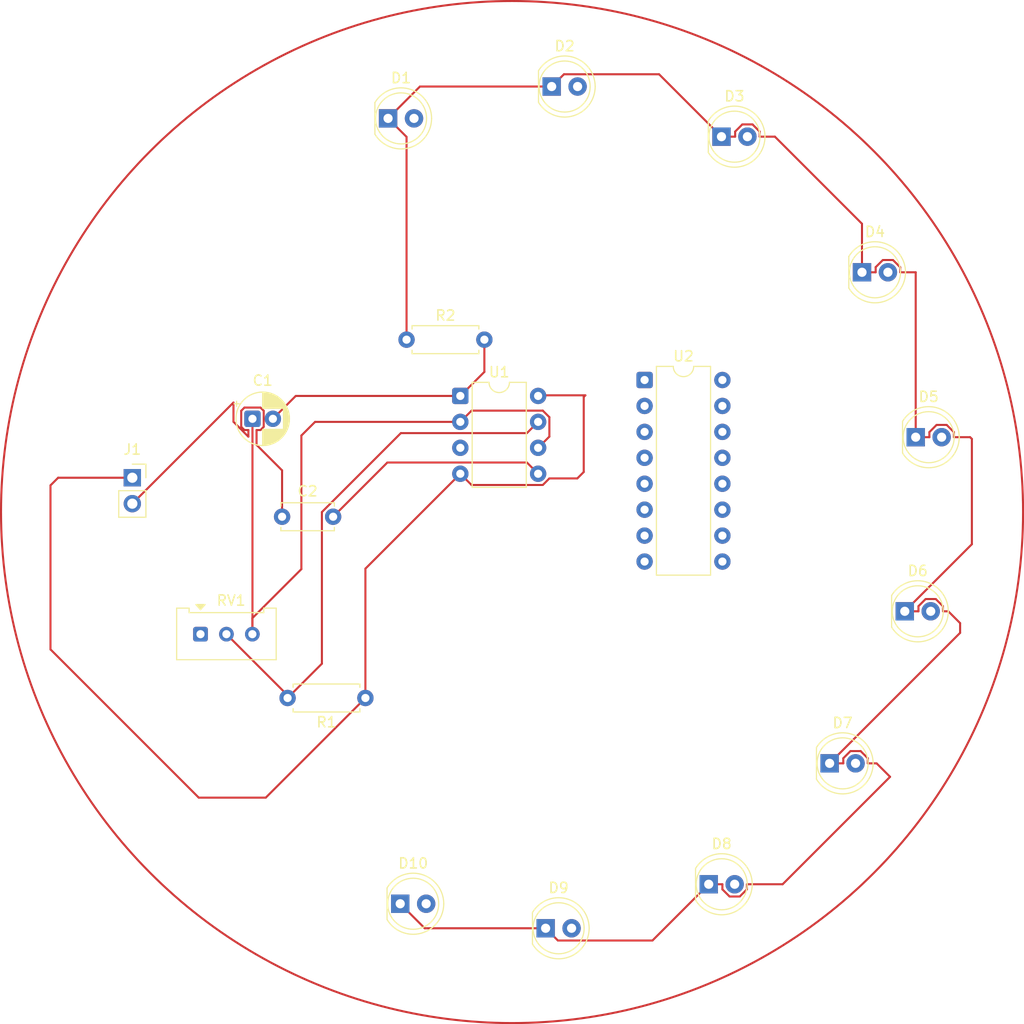
<source format=kicad_pcb>
(kicad_pcb (version 20241229) (generator "pcbnew") (generator_version "9.0")
  (layers (0 "F.Cu" signal) (2 "B.Cu" signal) (13 "F.Paste" user) (15 "B.Paste" user) (5 "F.SilkS" user "F.Silkscreen") (7 "B.SilkS" user "B.Silkscreen") (1 "F.Mask" user) (3 "B.Mask" user) (25 "Edge.Cuts" user))
  (net 0 "")
  (net 1 "TR")
  (net 2 "GND")
  (net 3 "Net-(U1-CV)")
  (net 4 "Net-(D1-A)")
  (net 5 "Net-(D1-K)")
  (net 6 "Net-(D2-A)")
  (net 7 "Net-(D3-A)")
  (net 8 "Net-(D4-A)")
  (net 9 "Net-(D5-A)")
  (net 10 "Net-(D6-A)")
  (net 11 "Net-(D7-A)")
  (net 12 "Net-(D8-A)")
  (net 13 "Net-(D9-A)")
  (net 14 "Net-(D10-A)")
  (net 15 "+5V")
  (net 16 "Net-(U1-DIS)")
  (net 17 "OUT")
  (footprint "Package_DIP:DIP-8_W7.62mm" (layer "F.Cu") (at 92.215 84.75)
    (property "Reference" "U1" (at 3.81 -2.33 0) (layer "F.SilkS"))
    (property "Value" "NA555P")
    (fp_line (start 1.16 -1.33) (end 1.16 8.95) (stroke (width 0.12)) (layer "F.SilkS"))
    (fp_line (start 1.16 8.95) (end 6.46 8.95) (stroke (width 0.12)) (layer "F.SilkS"))
    (fp_line (start 2.81 -1.33) (end 1.16 -1.33) (stroke (width 0.12)) (layer "F.SilkS"))
    (fp_line (start 6.46 -1.33) (end 4.81 -1.33) (stroke (width 0.12)) (layer "F.SilkS"))
    (fp_line (start 6.46 8.95) (end 6.46 -1.33) (stroke (width 0.12)) (layer "F.SilkS"))
    (fp_arc (start 4.81 -1.33) (mid 3.81 -0.33) (end 2.81 -1.33) (stroke (width 0.12)) (layer "F.SilkS"))
    (pad "1" thru_hole roundrect (at 0 0) (size 1.6 1.6) (drill 0.8) (layers "*.Cu" "*.Mask") (roundrect_rratio 0.15625) (net 2 "GND"))
    (pad "2" thru_hole circle (at 0 2.54) (size 1.6 1.6) (drill 0.8) (layers "*.Cu" "*.Mask") (net 1 "TR"))
    (pad "3" thru_hole circle (at 0 5.08) (size 1.6 1.6) (drill 0.8) (layers "*.Cu" "*.Mask") (net 17 "OUT"))
    (pad "4" thru_hole circle (at 0 7.62) (size 1.6 1.6) (drill 0.8) (layers "*.Cu" "*.Mask") (net 15 "+5V"))
    (pad "5" thru_hole circle (at 7.62 7.62) (size 1.6 1.6) (drill 0.8) (layers "*.Cu" "*.Mask") (net 3 "Net-(U1-CV)"))
    (pad "6" thru_hole circle (at 7.62 5.08) (size 1.6 1.6) (drill 0.8) (layers "*.Cu" "*.Mask") (net 1 "TR"))
    (pad "7" thru_hole circle (at 7.62 2.54) (size 1.6 1.6) (drill 0.8) (layers "*.Cu" "*.Mask") (net 16 "Net-(U1-DIS)"))
    (pad "8" thru_hole circle (at 7.62 0) (size 1.6 1.6) (drill 0.8) (layers "*.Cu" "*.Mask") (net 15 "+5V"))
  )
  (footprint "LED_THT:LED_D5.0mm" (layer "F.Cu") (at 117.79 59.36)
    (property "Reference" "D3" (at 1.27 -3.96 0) (layer "F.SilkS"))
    (property "Value" "LED")
    (fp_line (start -1.29 -1.545) (end -1.29 1.545) (stroke (width 0.12)) (layer "F.SilkS"))
    (fp_arc (start -1.29 -1.54483) (mid 2.071779 -2.880495) (end 4.26 0) (stroke (width 0.12)) (layer "F.SilkS"))
    (fp_arc (start 4.26 0) (mid 2.071779 2.880495) (end -1.29 1.54483) (stroke (width 0.12)) (layer "F.SilkS"))
    (fp_circle (center 1.27 0) (end 3.77 0) (stroke (width 0.12)) (fill no) (layer "F.SilkS"))
    (pad "1" thru_hole rect (at 0 0) (size 1.8 1.8) (drill 0.9) (layers "*.Cu" "*.Mask") (net 5 "Net-(D1-K)"))
    (pad "2" thru_hole circle (at 2.54 0) (size 1.8 1.8) (drill 0.9) (layers "*.Cu" "*.Mask") (net 7 "Net-(D3-A)"))
  )
  (footprint "Resistor_THT:R_Axial_DIN0207_L6.3mm_D2.5mm_P7.62mm_Horizontal" (layer "F.Cu") (at 86.95 79.24)
    (property "Reference" "R2" (at 3.81 -2.37 0) (layer "F.SilkS"))
    (property "Value" "470")
    (fp_line (start 0.54 -1.37) (end 7.08 -1.37) (stroke (width 0.12)) (layer "F.SilkS"))
    (fp_line (start 0.54 -1.04) (end 0.54 -1.37) (stroke (width 0.12)) (layer "F.SilkS"))
    (fp_line (start 0.54 1.04) (end 0.54 1.37) (stroke (width 0.12)) (layer "F.SilkS"))
    (fp_line (start 0.54 1.37) (end 7.08 1.37) (stroke (width 0.12)) (layer "F.SilkS"))
    (fp_line (start 7.08 -1.37) (end 7.08 -1.04) (stroke (width 0.12)) (layer "F.SilkS"))
    (fp_line (start 7.08 1.37) (end 7.08 1.04) (stroke (width 0.12)) (layer "F.SilkS"))
    (pad "1" thru_hole circle (at 0 0) (size 1.6 1.6) (drill 0.8) (layers "*.Cu" "*.Mask") (net 5 "Net-(D1-K)"))
    (pad "2" thru_hole circle (at 7.62 0) (size 1.6 1.6) (drill 0.8) (layers "*.Cu" "*.Mask") (net 2 "GND"))
  )
  (footprint "LED_THT:LED_D5.0mm" (layer "F.Cu") (at 128.38 120.73)
    (property "Reference" "D7" (at 1.27 -3.96 0) (layer "F.SilkS"))
    (property "Value" "LED")
    (fp_line (start -1.29 -1.545) (end -1.29 1.545) (stroke (width 0.12)) (layer "F.SilkS"))
    (fp_arc (start -1.29 -1.54483) (mid 2.071779 -2.880495) (end 4.26 0) (stroke (width 0.12)) (layer "F.SilkS"))
    (fp_arc (start 4.26 0) (mid 2.071779 2.880495) (end -1.29 1.54483) (stroke (width 0.12)) (layer "F.SilkS"))
    (fp_circle (center 1.27 0) (end 3.77 0) (stroke (width 0.12)) (fill no) (layer "F.SilkS"))
    (pad "1" thru_hole rect (at 0 0) (size 1.8 1.8) (drill 0.9) (layers "*.Cu" "*.Mask") (net 5 "Net-(D1-K)"))
    (pad "2" thru_hole circle (at 2.54 0) (size 1.8 1.8) (drill 0.9) (layers "*.Cu" "*.Mask") (net 11 "Net-(D7-A)"))
  )
  (footprint "Resistor_THT:R_Axial_DIN0207_L6.3mm_D2.5mm_P7.62mm_Horizontal" (layer "F.Cu") (at 82.92 114.33 180)
    (property "Reference" "R1" (at 3.81 -2.37 0) (layer "F.SilkS"))
    (property "Value" "1k")
    (fp_line (start 7.08 1.37) (end 7.08 1.04) (stroke (width 0.12)) (layer "F.SilkS"))
    (fp_line (start 7.08 -1.37) (end 7.08 -1.04) (stroke (width 0.12)) (layer "F.SilkS"))
    (fp_line (start 0.54 1.37) (end 7.08 1.37) (stroke (width 0.12)) (layer "F.SilkS"))
    (fp_line (start 0.54 1.04) (end 0.54 1.37) (stroke (width 0.12)) (layer "F.SilkS"))
    (fp_line (start 0.54 -1.04) (end 0.54 -1.37) (stroke (width 0.12)) (layer "F.SilkS"))
    (fp_line (start 0.54 -1.37) (end 7.08 -1.37) (stroke (width 0.12)) (layer "F.SilkS"))
    (pad "1" thru_hole circle (at 0 0 180) (size 1.6 1.6) (drill 0.8) (layers "*.Cu" "*.Mask") (net 15 "+5V"))
    (pad "2" thru_hole circle (at 7.62 0 180) (size 1.6 1.6) (drill 0.8) (layers "*.Cu" "*.Mask") (net 16 "Net-(U1-DIS)"))
  )
  (footprint "Connector_PinSocket_2.54mm:PinSocket_1x02_P2.54mm_Vertical" (layer "F.Cu") (at 60.095 92.76)
    (property "Reference" "J1" (at 0 -2.77 0) (layer "F.SilkS"))
    (property "Value" "Conn_01x02_Socket")
    (fp_line (start -1.33 1.27) (end -1.33 3.87) (stroke (width 0.12)) (layer "F.SilkS"))
    (fp_line (start -1.33 1.27) (end 1.33 1.27) (stroke (width 0.12)) (layer "F.SilkS"))
    (fp_line (start -1.33 3.87) (end 1.33 3.87) (stroke (width 0.12)) (layer "F.SilkS"))
    (fp_line (start 0 -1.33) (end 1.33 -1.33) (stroke (width 0.12)) (layer "F.SilkS"))
    (fp_line (start 1.33 -1.33) (end 1.33 0) (stroke (width 0.12)) (layer "F.SilkS"))
    (fp_line (start 1.33 1.27) (end 1.33 3.87) (stroke (width 0.12)) (layer "F.SilkS"))
    (pad "1" thru_hole rect (at 0 0) (size 1.7 1.7) (drill 1) (layers "*.Cu" "*.Mask") (net 15 "+5V"))
    (pad "2" thru_hole circle (at 0 2.54) (size 1.7 1.7) (drill 1) (layers "*.Cu" "*.Mask") (net 2 "GND"))
  )
  (footprint "LED_THT:LED_D5.0mm" (layer "F.Cu") (at 131.55 72.64)
    (property "Reference" "D4" (at 1.27 -3.96 0) (layer "F.SilkS"))
    (property "Value" "LED")
    (fp_line (start -1.29 -1.545) (end -1.29 1.545) (stroke (width 0.12)) (layer "F.SilkS"))
    (fp_arc (start -1.29 -1.54483) (mid 2.071779 -2.880495) (end 4.26 0) (stroke (width 0.12)) (layer "F.SilkS"))
    (fp_arc (start 4.26 0) (mid 2.071779 2.880495) (end -1.29 1.54483) (stroke (width 0.12)) (layer "F.SilkS"))
    (fp_circle (center 1.27 0) (end 3.77 0) (stroke (width 0.12)) (fill no) (layer "F.SilkS"))
    (pad "1" thru_hole rect (at 0 0) (size 1.8 1.8) (drill 0.9) (layers "*.Cu" "*.Mask") (net 5 "Net-(D1-K)"))
    (pad "2" thru_hole circle (at 2.54 0) (size 1.8 1.8) (drill 0.9) (layers "*.Cu" "*.Mask") (net 8 "Net-(D4-A)"))
  )
  (footprint "LED_THT:LED_D5.0mm" (layer "F.Cu") (at 100.57 136.88)
    (property "Reference" "D9" (at 1.27 -3.96 0) (layer "F.SilkS"))
    (property "Value" "LED")
    (fp_line (start -1.29 -1.545) (end -1.29 1.545) (stroke (width 0.12)) (layer "F.SilkS"))
    (fp_arc (start -1.29 -1.54483) (mid 2.071779 -2.880495) (end 4.26 0) (stroke (width 0.12)) (layer "F.SilkS"))
    (fp_arc (start 4.26 0) (mid 2.071779 2.880495) (end -1.29 1.54483) (stroke (width 0.12)) (layer "F.SilkS"))
    (fp_circle (center 1.27 0) (end 3.77 0) (stroke (width 0.12)) (fill no) (layer "F.SilkS"))
    (pad "1" thru_hole rect (at 0 0) (size 1.8 1.8) (drill 0.9) (layers "*.Cu" "*.Mask") (net 5 "Net-(D1-K)"))
    (pad "2" thru_hole circle (at 2.54 0) (size 1.8 1.8) (drill 0.9) (layers "*.Cu" "*.Mask") (net 13 "Net-(D9-A)"))
  )
  (footprint "LED_THT:LED_D5.0mm" (layer "F.Cu") (at 116.54 132.57)
    (property "Reference" "D8" (at 1.27 -3.96 0) (layer "F.SilkS"))
    (property "Value" "LED")
    (fp_line (start -1.29 -1.545) (end -1.29 1.545) (stroke (width 0.12)) (layer "F.SilkS"))
    (fp_arc (start -1.29 -1.54483) (mid 2.071779 -2.880495) (end 4.26 0) (stroke (width 0.12)) (layer "F.SilkS"))
    (fp_arc (start 4.26 0) (mid 2.071779 2.880495) (end -1.29 1.54483) (stroke (width 0.12)) (layer "F.SilkS"))
    (fp_circle (center 1.27 0) (end 3.77 0) (stroke (width 0.12)) (fill no) (layer "F.SilkS"))
    (pad "1" thru_hole rect (at 0 0) (size 1.8 1.8) (drill 0.9) (layers "*.Cu" "*.Mask") (net 5 "Net-(D1-K)"))
    (pad "2" thru_hole circle (at 2.54 0) (size 1.8 1.8) (drill 0.9) (layers "*.Cu" "*.Mask") (net 12 "Net-(D8-A)"))
  )
  (footprint "LED_THT:LED_D5.0mm" (layer "F.Cu") (at 101.16 54.45)
    (property "Reference" "D2" (at 1.27 -3.96 0) (layer "F.SilkS"))
    (property "Value" "LED")
    (fp_line (start -1.29 -1.545) (end -1.29 1.545) (stroke (width 0.12)) (layer "F.SilkS"))
    (fp_arc (start -1.29 -1.54483) (mid 2.071779 -2.880495) (end 4.26 0) (stroke (width 0.12)) (layer "F.SilkS"))
    (fp_arc (start 4.26 0) (mid 2.071779 2.880495) (end -1.29 1.54483) (stroke (width 0.12)) (layer "F.SilkS"))
    (fp_circle (center 1.27 0) (end 3.77 0) (stroke (width 0.12)) (fill no) (layer "F.SilkS"))
    (pad "1" thru_hole rect (at 0 0) (size 1.8 1.8) (drill 0.9) (layers "*.Cu" "*.Mask") (net 5 "Net-(D1-K)"))
    (pad "2" thru_hole circle (at 2.54 0) (size 1.8 1.8) (drill 0.9) (layers "*.Cu" "*.Mask") (net 6 "Net-(D2-A)"))
  )
  (footprint "Capacitor_THT:C_Disc_D5.0mm_W2.5mm_P5.00mm" (layer "F.Cu") (at 74.76 96.58)
    (property "Reference" "C2" (at 2.5 -2.5 0) (layer "F.SilkS"))
    (property "Value" "0.01 uF")
    (fp_line (start -0.12 -1.37) (end 5.12 -1.37) (stroke (width 0.12)) (layer "F.SilkS"))
    (fp_line (start -0.12 -1.033) (end -0.12 -1.37) (stroke (width 0.12)) (layer "F.SilkS"))
    (fp_line (start -0.12 1.37) (end -0.12 1.033) (stroke (width 0.12)) (layer "F.SilkS"))
    (fp_line (start 5.12 -1.37) (end 5.12 -1.033) (stroke (width 0.12)) (layer "F.SilkS"))
    (fp_line (start 5.12 1.033) (end 5.12 1.37) (stroke (width 0.12)) (layer "F.SilkS"))
    (fp_line (start 5.12 1.37) (end -0.12 1.37) (stroke (width 0.12)) (layer "F.SilkS"))
    (pad "1" thru_hole circle (at 0 0) (size 1.6 1.6) (drill 0.8) (layers "*.Cu" "*.Mask") (net 2 "GND"))
    (pad "2" thru_hole circle (at 5 0) (size 1.6 1.6) (drill 0.8) (layers "*.Cu" "*.Mask") (net 3 "Net-(U1-CV)"))
  )
  (footprint "Capacitor_THT:CP_Radial_D5.0mm_P2.00mm" (layer "F.Cu") (at 71.86 86.99)
    (property "Reference" "C1" (at 1 -3.75 0) (layer "F.SilkS"))
    (property "Value" "1uF")
    (fp_line (start -1.804775 -1.475) (end -1.304775 -1.475) (stroke (width 0.12)) (layer "F.SilkS"))
    (fp_line (start -1.554775 -1.725) (end -1.554775 -1.225) (stroke (width 0.12)) (layer "F.SilkS"))
    (fp_line (start 1 -2.58) (end 1 -1.04) (stroke (width 0.12)) (layer "F.SilkS"))
    (fp_line (start 1 1.04) (end 1 2.58) (stroke (width 0.12)) (layer "F.SilkS"))
    (fp_line (start 1.04 -2.58) (end 1.04 -1.04) (stroke (width 0.12)) (layer "F.SilkS"))
    (fp_line (start 1.04 1.04) (end 1.04 2.58) (stroke (width 0.12)) (layer "F.SilkS"))
    (fp_line (start 1.08 -2.579) (end 1.08 -1.04) (stroke (width 0.12)) (layer "F.SilkS"))
    (fp_line (start 1.08 1.04) (end 1.08 2.579) (stroke (width 0.12)) (layer "F.SilkS"))
    (fp_line (start 1.12 -2.577) (end 1.12 -1.04) (stroke (width 0.12)) (layer "F.SilkS"))
    (fp_line (start 1.12 1.04) (end 1.12 2.577) (stroke (width 0.12)) (layer "F.SilkS"))
    (fp_line (start 1.16 -2.575) (end 1.16 -1.04) (stroke (width 0.12)) (layer "F.SilkS"))
    (fp_line (start 1.16 1.04) (end 1.16 2.575) (stroke (width 0.12)) (layer "F.SilkS"))
    (fp_line (start 1.2 -2.572) (end 1.2 -1.04) (stroke (width 0.12)) (layer "F.SilkS"))
    (fp_line (start 1.2 1.04) (end 1.2 2.572) (stroke (width 0.12)) (layer "F.SilkS"))
    (fp_line (start 1.24 -2.569) (end 1.24 -1.04) (stroke (width 0.12)) (layer "F.SilkS"))
    (fp_line (start 1.24 1.04) (end 1.24 2.569) (stroke (width 0.12)) (layer "F.SilkS"))
    (fp_line (start 1.28 -2.565) (end 1.28 -1.04) (stroke (width 0.12)) (layer "F.SilkS"))
    (fp_line (start 1.28 1.04) (end 1.28 2.565) (stroke (width 0.12)) (layer "F.SilkS"))
    (fp_line (start 1.32 -2.56) (end 1.32 -1.04) (stroke (width 0.12)) (layer "F.SilkS"))
    (fp_line (start 1.32 1.04) (end 1.32 2.56) (stroke (width 0.12)) (layer "F.SilkS"))
    (fp_line (start 1.36 -2.555) (end 1.36 -1.04) (stroke (width 0.12)) (layer "F.SilkS"))
    (fp_line (start 1.36 1.04) (end 1.36 2.555) (stroke (width 0.12)) (layer "F.SilkS"))
    (fp_line (start 1.4 -2.549) (end 1.4 -1.04) (stroke (width 0.12)) (layer "F.SilkS"))
    (fp_line (start 1.4 1.04) (end 1.4 2.549) (stroke (width 0.12)) (layer "F.SilkS"))
    (fp_line (start 1.44 -2.543) (end 1.44 -1.04) (stroke (width 0.12)) (layer "F.SilkS"))
    (fp_line (start 1.44 1.04) (end 1.44 2.543) (stroke (width 0.12)) (layer "F.SilkS"))
    (fp_line (start 1.48 -2.536) (end 1.48 -1.04) (stroke (width 0.12)) (layer "F.SilkS"))
    (fp_line (start 1.48 1.04) (end 1.48 2.536) (stroke (width 0.12)) (layer "F.SilkS"))
    (fp_line (start 1.52 -2.528) (end 1.52 -1.04) (stroke (width 0.12)) (layer "F.SilkS"))
    (fp_line (start 1.52 1.04) (end 1.52 2.528) (stroke (width 0.12)) (layer "F.SilkS"))
    (fp_line (start 1.56 -2.519) (end 1.56 -1.04) (stroke (width 0.12)) (layer "F.SilkS"))
    (fp_line (start 1.56 1.04) (end 1.56 2.519) (stroke (width 0.12)) (layer "F.SilkS"))
    (fp_line (start 1.6 -2.51) (end 1.6 -1.04) (stroke (width 0.12)) (layer "F.SilkS"))
    (fp_line (start 1.6 1.04) (end 1.6 2.51) (stroke (width 0.12)) (layer "F.SilkS"))
    (fp_line (start 1.64 -2.501) (end 1.64 -1.04) (stroke (width 0.12)) (layer "F.SilkS"))
    (fp_line (start 1.64 1.04) (end 1.64 2.501) (stroke (width 0.12)) (layer "F.SilkS"))
    (fp_line (start 1.68 -2.49) (end 1.68 -1.04) (stroke (width 0.12)) (layer "F.SilkS"))
    (fp_line (start 1.68 1.04) (end 1.68 2.49) (stroke (width 0.12)) (layer "F.SilkS"))
    (fp_line (start 1.72 -2.479) (end 1.72 -1.04) (stroke (width 0.12)) (layer "F.SilkS"))
    (fp_line (start 1.72 1.04) (end 1.72 2.479) (stroke (width 0.12)) (layer "F.SilkS"))
    (fp_line (start 1.76 -2.467) (end 1.76 -1.04) (stroke (width 0.12)) (layer "F.SilkS"))
    (fp_line (start 1.76 1.04) (end 1.76 2.467) (stroke (width 0.12)) (layer "F.SilkS"))
    (fp_line (start 1.8 -2.455) (end 1.8 -1.04) (stroke (width 0.12)) (layer "F.SilkS"))
    (fp_line (start 1.8 1.04) (end 1.8 2.455) (stroke (width 0.12)) (layer "F.SilkS"))
    (fp_line (start 1.84 -2.442) (end 1.84 -1.04) (stroke (width 0.12)) (layer "F.SilkS"))
    (fp_line (start 1.84 1.04) (end 1.84 2.442) (stroke (width 0.12)) (layer "F.SilkS"))
    (fp_line (start 1.88 -2.428) (end 1.88 -1.04) (stroke (width 0.12)) (layer "F.SilkS"))
    (fp_line (start 1.88 1.04) (end 1.88 2.428) (stroke (width 0.12)) (layer "F.SilkS"))
    (fp_line (start 1.92 -2.413) (end 1.92 -1.04) (stroke (width 0.12)) (layer "F.SilkS"))
    (fp_line (start 1.92 1.04) (end 1.92 2.413) (stroke (width 0.12)) (layer "F.SilkS"))
    (fp_line (start 1.96 -2.398) (end 1.96 -1.04) (stroke (width 0.12)) (layer "F.SilkS"))
    (fp_line (start 1.96 1.04) (end 1.96 2.398) (stroke (width 0.12)) (layer "F.SilkS"))
    (fp_line (start 2 -2.382) (end 2 -1.04) (stroke (width 0.12)) (layer "F.SilkS"))
    (fp_line (start 2 1.04) (end 2 2.382) (stroke (width 0.12)) (layer "F.SilkS"))
    (fp_line (start 2.04 -2.365) (end 2.04 -1.04) (stroke (width 0.12)) (layer "F.SilkS"))
    (fp_line (start 2.04 1.04) (end 2.04 2.365) (stroke (width 0.12)) (layer "F.SilkS"))
    (fp_line (start 2.08 -2.347) (end 2.08 -1.04) (stroke (width 0.12)) (layer "F.SilkS"))
    (fp_line (start 2.08 1.04) (end 2.08 2.347) (stroke (width 0.12)) (layer "F.SilkS"))
    (fp_line (start 2.12 -2.329) (end 2.12 -1.04) (stroke (width 0.12)) (layer "F.SilkS"))
    (fp_line (start 2.12 1.04) (end 2.12 2.329) (stroke (width 0.12)) (layer "F.SilkS"))
    (fp_line (start 2.16 -2.309) (end 2.16 -1.04) (stroke (width 0.12)) (layer "F.SilkS"))
    (fp_line (start 2.16 1.04) (end 2.16 2.309) (stroke (width 0.12)) (layer "F.SilkS"))
    (fp_line (start 2.2 -2.289) (end 2.2 -1.04) (stroke (width 0.12)) (layer "F.SilkS"))
    (fp_line (start 2.2 1.04) (end 2.2 2.289) (stroke (width 0.12)) (layer "F.SilkS"))
    (fp_line (start 2.24 -2.268) (end 2.24 -1.04) (stroke (width 0.12)) (layer "F.SilkS"))
    (fp_line (start 2.24 1.04) (end 2.24 2.268) (stroke (width 0.12)) (layer "F.SilkS"))
    (fp_line (start 2.28 -2.246) (end 2.28 -1.04) (stroke (width 0.12)) (layer "F.SilkS"))
    (fp_line (start 2.28 1.04) (end 2.28 2.246) (stroke (width 0.12)) (layer "F.SilkS"))
    (fp_line (start 2.32 -2.223) (end 2.32 -1.04) (stroke (width 0.12)) (layer "F.SilkS"))
    (fp_line (start 2.32 1.04) (end 2.32 2.223) (stroke (width 0.12)) (layer "F.SilkS"))
    (fp_line (start 2.36 -2.199) (end 2.36 -1.04) (stroke (width 0.12)) (layer "F.SilkS"))
    (fp_line (start 2.36 1.04) (end 2.36 2.199) (stroke (width 0.12)) (layer "F.SilkS"))
    (fp_line (start 2.4 -2.175) (end 2.4 -1.04) (stroke (width 0.12)) (layer "F.SilkS"))
    (fp_line (start 2.4 1.04) (end 2.4 2.175) (stroke (width 0.12)) (layer "F.SilkS"))
    (fp_line (start 2.44 -2.149) (end 2.44 -1.04) (stroke (width 0.12)) (layer "F.SilkS"))
    (fp_line (start 2.44 1.04) (end 2.44 2.149) (stroke (width 0.12)) (layer "F.SilkS"))
    (fp_line (start 2.48 -2.122) (end 2.48 -1.04) (stroke (width 0.12)) (layer "F.SilkS"))
    (fp_line (start 2.48 1.04) (end 2.48 2.122) (stroke (width 0.12)) (layer "F.SilkS"))
    (fp_line (start 2.52 -2.094) (end 2.52 -1.04) (stroke (width 0.12)) (layer "F.SilkS"))
    (fp_line (start 2.52 1.04) (end 2.52 2.094) (stroke (width 0.12)) (layer "F.SilkS"))
    (fp_line (start 2.56 -2.065) (end 2.56 -1.04) (stroke (width 0.12)) (layer "F.SilkS"))
    (fp_line (start 2.56 1.04) (end 2.56 2.065) (stroke (width 0.12)) (layer "F.SilkS"))
    (fp_line (start 2.6 -2.035) (end 2.6 -1.04) (stroke (width 0.12)) (layer "F.SilkS"))
    (fp_line (start 2.6 1.04) (end 2.6 2.035) (stroke (width 0.12)) (layer "F.SilkS"))
    (fp_line (start 2.64 -2.003) (end 2.64 -1.04) (stroke (width 0.12)) (layer "F.SilkS"))
    (fp_line (start 2.64 1.04) (end 2.64 2.003) (stroke (width 0.12)) (layer "F.SilkS"))
    (fp_line (start 2.68 -1.97) (end 2.68 -1.04) (stroke (width 0.12)) (layer "F.SilkS"))
    (fp_line (start 2.68 1.04) (end 2.68 1.97) (stroke (width 0.12)) (layer "F.SilkS"))
    (fp_line (start 2.72 -1.936) (end 2.72 -1.04) (stroke (width 0.12)) (layer "F.SilkS"))
    (fp_line (start 2.72 1.04) (end 2.72 1.936) (stroke (width 0.12)) (layer "F.SilkS"))
    (fp_line (start 2.76 -1.901) (end 2.76 -1.04) (stroke (width 0.12)) (layer "F.SilkS"))
    (fp_line (start 2.76 1.04) (end 2.76 1.901) (stroke (width 0.12)) (layer "F.SilkS"))
    (fp_line (start 2.8 -1.864) (end 2.8 -1.04) (stroke (width 0.12)) (layer "F.SilkS"))
    (fp_line (start 2.8 1.04) (end 2.8 1.864) (stroke (width 0.12)) (layer "F.SilkS"))
    (fp_line (start 2.84 -1.825) (end 2.84 -1.04) (stroke (width 0.12)) (layer "F.SilkS"))
    (fp_line (start 2.84 1.04) (end 2.84 1.825) (stroke (width 0.12)) (layer "F.SilkS"))
    (fp_line (start 2.88 -1.785) (end 2.88 -1.04) (stroke (width 0.12)) (layer "F.SilkS"))
    (fp_line (start 2.88 1.04) (end 2.88 1.785) (stroke (width 0.12)) (layer "F.SilkS"))
    (fp_line (start 2.92 -1.743) (end 2.92 -1.04) (stroke (width 0.12)) (layer "F.SilkS"))
    (fp_line (start 2.92 1.04) (end 2.92 1.743) (stroke (width 0.12)) (layer "F.SilkS"))
    (fp_line (start 2.96 -1.699) (end 2.96 -1.04) (stroke (width 0.12)) (layer "F.SilkS"))
    (fp_line (start 2.96 1.04) (end 2.96 1.699) (stroke (width 0.12)) (layer "F.SilkS"))
    (fp_line (start 3 -1.652) (end 3 -1.04) (stroke (width 0.12)) (layer "F.SilkS"))
    (fp_line (start 3 1.04) (end 3 1.652) (stroke (width 0.12)) (layer "F.SilkS"))
    (fp_line (start 3.04 -1.604) (end 3.04 1.604) (stroke (width 0.12)) (layer "F.SilkS"))
    (fp_line (start 3.08 -1.553) (end 3.08 1.553) (stroke (width 0.12)) (layer "F.SilkS"))
    (fp_line (start 3.12 -1.499) (end 3.12 1.499) (stroke (width 0.12)) (layer "F.SilkS"))
    (fp_line (start 3.16 -1.443) (end 3.16 1.443) (stroke (width 0.12)) (layer "F.SilkS"))
    (fp_line (start 3.2 -1.383) (end 3.2 1.383) (stroke (width 0.12)) (layer "F.SilkS"))
    (fp_line (start 3.24 -1.319) (end 3.24 1.319) (stroke (width 0.12)) (layer "F.SilkS"))
    (fp_line (start 3.28 -1.251) (end 3.28 1.251) (stroke (width 0.12)) (layer "F.SilkS"))
    (fp_line (start 3.32 -1.177) (end 3.32 1.177) (stroke (width 0.12)) (layer "F.SilkS"))
    (fp_line (start 3.36 -1.098) (end 3.36 1.098) (stroke (width 0.12)) (layer "F.SilkS"))
    (fp_line (start 3.4 -1.011) (end 3.4 1.011) (stroke (width 0.12)) (layer "F.SilkS"))
    (fp_line (start 3.44 -0.914) (end 3.44 0.914) (stroke (width 0.12)) (layer "F.SilkS"))
    (fp_line (start 3.48 -0.805) (end 3.48 0.805) (stroke (width 0.12)) (layer "F.SilkS"))
    (fp_line (start 3.52 -0.677) (end 3.52 0.677) (stroke (width 0.12)) (layer "F.SilkS"))
    (fp_line (start 3.56 -0.517) (end 3.56 0.517) (stroke (width 0.12)) (layer "F.SilkS"))
    (fp_line (start 3.6 -0.283) (end 3.6 0.283) (stroke (width 0.12)) (layer "F.SilkS"))
    (fp_circle (center 1 0) (end 3.62 0) (stroke (width 0.12)) (fill no) (layer "F.SilkS"))
    (pad "1" thru_hole roundrect (at 0 0) (size 1.6 1.6) (drill 0.8) (layers "*.Cu" "*.Mask") (roundrect_rratio 0.15625) (net 1 "TR"))
    (pad "2" thru_hole circle (at 2 0) (size 1.6 1.6) (drill 0.8) (layers "*.Cu" "*.Mask") (net 2 "GND"))
  )
  (footprint "LED_THT:LED_D5.0mm" (layer "F.Cu") (at 136.81 88.79)
    (property "Reference" "D5" (at 1.27 -3.96 0) (layer "F.SilkS"))
    (property "Value" "LED")
    (fp_line (start -1.29 -1.545) (end -1.29 1.545) (stroke (width 0.12)) (layer "F.SilkS"))
    (fp_arc (start -1.29 -1.54483) (mid 2.071779 -2.880495) (end 4.26 0) (stroke (width 0.12)) (layer "F.SilkS"))
    (fp_arc (start 4.26 0) (mid 2.071779 2.880495) (end -1.29 1.54483) (stroke (width 0.12)) (layer "F.SilkS"))
    (fp_circle (center 1.27 0) (end 3.77 0) (stroke (width 0.12)) (fill no) (layer "F.SilkS"))
    (pad "1" thru_hole rect (at 0 0) (size 1.8 1.8) (drill 0.9) (layers "*.Cu" "*.Mask") (net 5 "Net-(D1-K)"))
    (pad "2" thru_hole circle (at 2.54 0) (size 1.8 1.8) (drill 0.9) (layers "*.Cu" "*.Mask") (net 9 "Net-(D5-A)"))
  )
  (footprint "LED_THT:LED_D5.0mm" (layer "F.Cu") (at 85.14 57.57)
    (property "Reference" "D1" (at 1.27 -3.96 0) (layer "F.SilkS"))
    (property "Value" "LED")
    (fp_line (start -1.29 -1.545) (end -1.29 1.545) (stroke (width 0.12)) (layer "F.SilkS"))
    (fp_arc (start -1.29 -1.54483) (mid 2.071779 -2.880495) (end 4.26 0) (stroke (width 0.12)) (layer "F.SilkS"))
    (fp_arc (start 4.26 0) (mid 2.071779 2.880495) (end -1.29 1.54483) (stroke (width 0.12)) (layer "F.SilkS"))
    (fp_circle (center 1.27 0) (end 3.77 0) (stroke (width 0.12)) (fill no) (layer "F.SilkS"))
    (pad "1" thru_hole rect (at 0 0) (size 1.8 1.8) (drill 0.9) (layers "*.Cu" "*.Mask") (net 5 "Net-(D1-K)"))
    (pad "2" thru_hole circle (at 2.54 0) (size 1.8 1.8) (drill 0.9) (layers "*.Cu" "*.Mask") (net 4 "Net-(D1-A)"))
  )
  (footprint "LED_THT:LED_D5.0mm" (layer "F.Cu") (at 86.33 134.48)
    (property "Reference" "D10" (at 1.27 -3.96 0) (layer "F.SilkS"))
    (property "Value" "LED")
    (fp_line (start -1.29 -1.545) (end -1.29 1.545) (stroke (width 0.12)) (layer "F.SilkS"))
    (fp_arc (start -1.29 -1.54483) (mid 2.071779 -2.880495) (end 4.26 0) (stroke (width 0.12)) (layer "F.SilkS"))
    (fp_arc (start 4.26 0) (mid 2.071779 2.880495) (end -1.29 1.54483) (stroke (width 0.12)) (layer "F.SilkS"))
    (fp_circle (center 1.27 0) (end 3.77 0) (stroke (width 0.12)) (fill no) (layer "F.SilkS"))
    (pad "1" thru_hole rect (at 0 0) (size 1.8 1.8) (drill 0.9) (layers "*.Cu" "*.Mask") (net 5 "Net-(D1-K)"))
    (pad "2" thru_hole circle (at 2.54 0) (size 1.8 1.8) (drill 0.9) (layers "*.Cu" "*.Mask") (net 14 "Net-(D10-A)"))
  )
  (footprint "Package_DIP:DIP-16_W7.62mm" (layer "F.Cu") (at 110.26 83.19)
    (property "Reference" "U2" (at 3.81 -2.33 0) (layer "F.SilkS"))
    (property "Value" "4017")
    (fp_line (start 1.16 -1.33) (end 1.16 19.11) (stroke (width 0.12)) (layer "F.SilkS"))
    (fp_line (start 1.16 19.11) (end 6.46 19.11) (stroke (width 0.12)) (layer "F.SilkS"))
    (fp_line (start 2.81 -1.33) (end 1.16 -1.33) (stroke (width 0.12)) (layer "F.SilkS"))
    (fp_line (start 6.46 -1.33) (end 4.81 -1.33) (stroke (width 0.12)) (layer "F.SilkS"))
    (fp_line (start 6.46 19.11) (end 6.46 -1.33) (stroke (width 0.12)) (layer "F.SilkS"))
    (fp_arc (start 4.81 -1.33) (mid 3.81 -0.33) (end 2.81 -1.33) (stroke (width 0.12)) (layer "F.SilkS"))
    (pad "1" thru_hole roundrect (at 0 0) (size 1.6 1.6) (drill 0.8) (layers "*.Cu" "*.Mask") (roundrect_rratio 0.15625) (net 6 "Net-(D2-A)"))
    (pad "2" thru_hole circle (at 0 2.54) (size 1.6 1.6) (drill 0.8) (layers "*.Cu" "*.Mask") (net 13 "Net-(D9-A)"))
    (pad "3" thru_hole circle (at 0 5.08) (size 1.6 1.6) (drill 0.8) (layers "*.Cu" "*.Mask") (net 14 "Net-(D10-A)"))
    (pad "4" thru_hole circle (at 0 7.62) (size 1.6 1.6) (drill 0.8) (layers "*.Cu" "*.Mask") (net 12 "Net-(D8-A)"))
    (pad "5" thru_hole circle (at 0 10.16) (size 1.6 1.6) (drill 0.8) (layers "*.Cu" "*.Mask") (net 7 "Net-(D3-A)"))
    (pad "6" thru_hole circle (at 0 12.7) (size 1.6 1.6) (drill 0.8) (layers "*.Cu" "*.Mask") (net 8 "Net-(D4-A)"))
    (pad "7" thru_hole circle (at 0 15.24) (size 1.6 1.6) (drill 0.8) (layers "*.Cu" "*.Mask") (net 11 "Net-(D7-A)"))
    (pad "8" thru_hole circle (at 0 17.78) (size 1.6 1.6) (drill 0.8) (layers "*.Cu" "*.Mask") (net 2 "GND"))
    (pad "9" thru_hole circle (at 7.62 17.78) (size 1.6 1.6) (drill 0.8) (layers "*.Cu" "*.Mask") (net 9 "Net-(D5-A)"))
    (pad "10" thru_hole circle (at 7.62 15.24) (size 1.6 1.6) (drill 0.8) (layers "*.Cu" "*.Mask") (net 4 "Net-(D1-A)"))
    (pad "11" thru_hole circle (at 7.62 12.7) (size 1.6 1.6) (drill 0.8) (layers "*.Cu" "*.Mask") (net 10 "Net-(D6-A)"))
    (pad "12" thru_hole circle (at 7.62 10.16) (size 1.6 1.6) (drill 0.8) (layers "*.Cu" "*.Mask"))
    (pad "13" thru_hole circle (at 7.62 7.62) (size 1.6 1.6) (drill 0.8) (layers "*.Cu" "*.Mask") (net 2 "GND"))
    (pad "14" thru_hole circle (at 7.62 5.08) (size 1.6 1.6) (drill 0.8) (layers "*.Cu" "*.Mask") (net 17 "OUT"))
    (pad "15" thru_hole circle (at 7.62 2.54) (size 1.6 1.6) (drill 0.8) (layers "*.Cu" "*.Mask") (net 2 "GND"))
    (pad "16" thru_hole circle (at 7.62 0) (size 1.6 1.6) (drill 0.8) (layers "*.Cu" "*.Mask") (net 15 "+5V"))
  )
  (footprint "LED_THT:LED_D5.0mm" (layer "F.Cu") (at 135.74 105.84)
    (property "Reference" "D6" (at 1.27 -3.96 0) (layer "F.SilkS"))
    (property "Value" "LED")
    (fp_line (start -1.29 -1.545) (end -1.29 1.545) (stroke (width 0.12)) (layer "F.SilkS"))
    (fp_arc (start -1.29 -1.54483) (mid 2.071779 -2.880495) (end 4.26 0) (stroke (width 0.12)) (layer "F.SilkS"))
    (fp_arc (start 4.26 0) (mid 2.071779 2.880495) (end -1.29 1.54483) (stroke (width 0.12)) (layer "F.SilkS"))
    (fp_circle (center 1.27 0) (end 3.77 0) (stroke (width 0.12)) (fill no) (layer "F.SilkS"))
    (pad "1" thru_hole rect (at 0 0) (size 1.8 1.8) (drill 0.9) (layers "*.Cu" "*.Mask") (net 5 "Net-(D1-K)"))
    (pad "2" thru_hole circle (at 2.54 0) (size 1.8 1.8) (drill 0.9) (layers "*.Cu" "*.Mask") (net 10 "Net-(D6-A)"))
  )
  (footprint "Potentiometer_THT:Potentiometer_Bourns_3386W_Horizontal" (layer "F.Cu") (at 66.77 108.08)
    (property "Reference" "RV1" (at 3 -3.3 0) (layer "F.SilkS"))
    (property "Value" "50k")
    (fp_line (start -2.335 -2.55) (end -2.335 2.5) (stroke (width 0.12)) (layer "F.SilkS"))
    (fp_line (start -2.335 2.5) (end 7.415 2.5) (stroke (width 0.12)) (layer "F.SilkS"))
    (fp_line (start -1.115 -2.55) (end -2.335 -2.55) (stroke (width 0.12)) (layer "F.SilkS"))
    (fp_line (start -1.115 -2.55) (end -1.115 -2.11) (stroke (width 0.12)) (layer "F.SilkS"))
    (fp_line (start -1.115 -2.11) (end 6.195 -2.11) (stroke (width 0.12)) (layer "F.SilkS"))
    (fp_line (start 6.195 -2.55) (end 6.195 -2.11) (stroke (width 0.12)) (layer "F.SilkS"))
    (fp_line (start 6.195 -2.55) (end 7.415 -2.55) (stroke (width 0.12)) (layer "F.SilkS"))
    (fp_line (start 7.415 2.5) (end 7.415 -2.55) (stroke (width 0.12)) (layer "F.SilkS"))
    (fp_poly (pts (xy 0 -2.4) (xy 0.45 -2.9) (xy -0.45 -2.9)) (stroke (width 0.12)) (fill yes) (layer "F.SilkS"))
    (pad "1" thru_hole roundrect (at 0 0 90) (size 1.44 1.44) (drill 0.8) (layers "*.Cu" "*.Mask") (roundrect_rratio 0.1736111111) (net 16 "Net-(U1-DIS)"))
    (pad "2" thru_hole circle (at 2.54 0 90) (size 1.44 1.44) (drill 0.8) (layers "*.Cu" "*.Mask") (net 16 "Net-(U1-DIS)"))
    (pad "3" thru_hole circle (at 5.08 0 90) (size 1.44 1.44) (drill 0.8) (layers "*.Cu" "*.Mask") (net 1 "TR"))
  )
  (gr_circle (center 97.28 96.12) (end 147.32 96.74) (stroke (width 0.2)) (fill no) (layer "F.Cu"))
  (segment (start 100.936 88.729) (end 99.835 89.83) (width 0.2) (layer "F.Cu") (net 1))
  (segment (start 92.215 87.29) (end 93.316 86.189) (width 0.2) (layer "F.Cu") (net 1))
  (segment (start 71.86 86.99) (end 71.86 108.07) (width 0.2) (layer "F.Cu") (net 1))
  (segment (start 76.65 101.71) (end 71.85 106.51) (width 0.2) (layer "F.Cu") (net 1))
  (segment (start 77.99 87.29) (end 76.65 88.63) (width 0.2) (layer "F.Cu") (net 1))
  (segment (start 100.936 86.83395) (end 100.936 88.729) (width 0.2) (layer "F.Cu") (net 1))
  (segment (start 92.215 87.29) (end 77.99 87.29) (width 0.2) (layer "F.Cu") (net 1))
  (segment (start 71.86 108.07) (end 71.85 108.08) (width 0.2) (layer "F.Cu") (net 1))
  (segment (start 93.316 86.189) (end 100.29105 86.189) (width 0.2) (layer "F.Cu") (net 1))
  (segment (start 100.29105 86.189) (end 100.936 86.83395) (width 0.2) (layer "F.Cu") (net 1))
  (segment (start 76.65 88.63) (end 76.65 101.71) (width 0.2) (layer "F.Cu") (net 1))
  (segment (start 71.85 106.51) (end 71.85 108.08) (width 0.2) (layer "F.Cu") (net 1))
  (segment (start 73.86 86.99) (end 76.1 84.75) (width 0.2) (layer "F.Cu") (net 2))
  (segment (start 72.64516 85.889) (end 72.961 86.20484) (width 0.2) (layer "F.Cu") (net 2))
  (segment (start 72.961 86.20484) (end 72.961 87.77516) (width 0.2) (layer "F.Cu") (net 2))
  (segment (start 70 85.395) (end 70 87.28) (width 0.2) (layer "F.Cu") (net 2))
  (segment (start 94.57 82.395) (end 92.215 84.75) (width 0.2) (layer "F.Cu") (net 2))
  (segment (start 71.07484 88.091) (end 70.759 87.77516) (width 0.2) (layer "F.Cu") (net 2))
  (segment (start 71.07484 85.889) (end 72.64516 85.889) (width 0.2) (layer "F.Cu") (net 2))
  (segment (start 72.961 87.77516) (end 72.64516 88.091) (width 0.2) (layer "F.Cu") (net 2))
  (segment (start 76.1 84.75) (end 92.215 84.75) (width 0.2) (layer "F.Cu") (net 2))
  (segment (start 71.459 88.091) (end 71.07484 88.091) (width 0.2) (layer "F.Cu") (net 2))
  (segment (start 70.759 87.77516) (end 70.759 86.20484) (width 0.2) (layer "F.Cu") (net 2))
  (segment (start 72.64516 88.091) (end 72.261 88.091) (width 0.2) (layer "F.Cu") (net 2))
  (segment (start 71.459 88.739) (end 71.459 88.091) (width 0.2) (layer "F.Cu") (net 2))
  (segment (start 60.095 95.3) (end 70 85.395) (width 0.2) (layer "F.Cu") (net 2))
  (segment (start 72.261 89.541) (end 74.76 92.04) (width 0.2) (layer "F.Cu") (net 2))
  (segment (start 70 87.28) (end 71.459 88.739) (width 0.2) (layer "F.Cu") (net 2))
  (segment (start 74.76 92.04) (end 74.76 96.58) (width 0.2) (layer "F.Cu") (net 2))
  (segment (start 72.261 88.091) (end 72.261 89.541) (width 0.2) (layer "F.Cu") (net 2))
  (segment (start 70.759 86.20484) (end 71.07484 85.889) (width 0.2) (layer "F.Cu") (net 2))
  (segment (start 94.57 79.24) (end 94.57 82.395) (width 0.2) (layer "F.Cu") (net 2))
  (segment (start 98.734 91.269) (end 99.835 92.37) (width 0.2) (layer "F.Cu") (net 3))
  (segment (start 85.071 91.269) (end 98.734 91.269) (width 0.2) (layer "F.Cu") (net 3))
  (segment (start 79.76 96.58) (end 85.071 91.269) (width 0.2) (layer "F.Cu") (net 3))
  (segment (start 139.481 105.84) (end 140 105.84) (width 0.2) (layer "F.Cu") (net 5))
  (segment (start 142.14 88.79) (end 142.31 88.96) (width 0.2) (layer "F.Cu") (net 5))
  (segment (start 134.3 122.05) (end 123.78 132.57) (width 0.2) (layer "F.Cu") (net 5))
  (segment (start 123.78 132.57) (end 120.281 132.57) (width 0.2) (layer "F.Cu") (net 5))
  (segment (start 120.281 133.067471) (end 119.577471 133.771) (width 0.2) (layer "F.Cu") (net 5))
  (segment (start 138.149 88.292529) (end 138.852529 87.589) (width 0.2) (layer "F.Cu") (net 5))
  (segment (start 130.422529 119.529) (end 131.417471 119.529) (width 0.2) (layer "F.Cu") (net 5))
  (segment (start 138.149 88.79) (end 138.149 88.292529) (width 0.2) (layer "F.Cu") (net 5))
  (segment (start 101.16 54.45) (end 102.361 53.249) (width 0.2) (layer "F.Cu") (net 5))
  (segment (start 131.417471 119.529) (end 132.121 120.232529) (width 0.2) (layer "F.Cu") (net 5))
  (segment (start 88.73 136.88) (end 86.33 134.48) (width 0.2) (layer "F.Cu") (net 5))
  (segment (start 136.81 88.79) (end 138.149 88.79) (width 0.2) (layer "F.Cu") (net 5))
  (segment (start 136.81 72.64) (end 136.81 88.79) (width 0.2) (layer "F.Cu") (net 5))
  (segment (start 111.029 138.081) (end 101.771 138.081) (width 0.2) (layer "F.Cu") (net 5))
  (segment (start 123.02 59.36) (end 131.55 67.89) (width 0.2) (layer "F.Cu") (net 5))
  (segment (start 135.291 72.64) (end 136.81 72.64) (width 0.2) (layer "F.Cu") (net 5))
  (segment (start 132.98 120.73) (end 134.3 122.05) (width 0.2) (layer "F.Cu") (net 5))
  (segment (start 137.079 105.84) (end 137.079 105.342529) (width 0.2) (layer "F.Cu") (net 5))
  (segment (start 117.879 133.067471) (end 117.879 132.57) (width 0.2) (layer "F.Cu") (net 5))
  (segment (start 140.551 88.292529) (end 140.551 88.79) (width 0.2) (layer "F.Cu") (net 5))
  (segment (start 135.74 105.84) (end 137.079 105.84) (width 0.2) (layer "F.Cu") (net 5))
  (segment (start 119.129 58.862529) (end 119.832529 58.159) (width 0.2) (layer "F.Cu") (net 5))
  (segment (start 88.26 54.45) (end 101.16 54.45) (width 0.2) (layer "F.Cu") (net 5))
  (segment (start 131.55 72.64) (end 132.889 72.64) (width 0.2) (layer "F.Cu") (net 5))
  (segment (start 135.291 72.142529) (end 135.291 72.64) (width 0.2) (layer "F.Cu") (net 5))
  (segment (start 129.719 120.73) (end 129.719 120.232529) (width 0.2) (layer "F.Cu") (net 5))
  (segment (start 86.95 59.38) (end 85.14 57.57) (width 0.2) (layer "F.Cu") (net 5))
  (segment (start 138.852529 87.589) (end 139.847471 87.589) (width 0.2) (layer "F.Cu") (net 5))
  (segment (start 116.54 132.57) (end 111.029 138.081) (width 0.2) (layer "F.Cu") (net 5))
  (segment (start 137.782529 104.639) (end 138.777471 104.639) (width 0.2) (layer "F.Cu") (net 5))
  (segment (start 118.582529 133.771) (end 117.879 133.067471) (width 0.2) (layer "F.Cu") (net 5))
  (segment (start 138.777471 104.639) (end 139.481 105.342529) (width 0.2) (layer "F.Cu") (net 5))
  (segment (start 134.587471 71.439) (end 135.291 72.142529) (width 0.2) (layer "F.Cu") (net 5))
  (segment (start 101.771 138.081) (end 100.57 136.88) (width 0.2) (layer "F.Cu") (net 5))
  (segment (start 129.719 120.232529) (end 130.422529 119.529) (width 0.2) (layer "F.Cu") (net 5))
  (segment (start 140.551 88.79) (end 142.14 88.79) (width 0.2) (layer "F.Cu") (net 5))
  (segment (start 141.16 107) (end 141.16 107.95) (width 0.2) (layer "F.Cu") (net 5))
  (segment (start 121.531 58.862529) (end 121.531 59.36) (width 0.2) (layer "F.Cu") (net 5))
  (segment (start 139.481 105.342529) (end 139.481 105.84) (width 0.2) (layer "F.Cu") (net 5))
  (segment (start 86.95 79.24) (end 86.95 59.38) (width 0.2) (layer "F.Cu") (net 5))
  (segment (start 128.38 120.73) (end 129.719 120.73) (width 0.2) (layer "F.Cu") (net 5))
  (segment (start 85.14 57.57) (end 88.26 54.45) (width 0.2) (layer "F.Cu") (net 5))
  (segment (start 119.832529 58.159) (end 120.827471 58.159) (width 0.2) (layer "F.Cu") (net 5))
  (segment (start 119.129 59.36) (end 119.129 58.862529) (width 0.2) (layer "F.Cu") (net 5))
  (segment (start 117.79 59.36) (end 119.129 59.36) (width 0.2) (layer "F.Cu") (net 5))
  (segment (start 102.361 53.249) (end 111.679 53.249) (width 0.2) (layer "F.Cu") (net 5))
  (segment (start 141.16 107.95) (end 128.38 120.73) (width 0.2) (layer "F.Cu") (net 5))
  (segment (start 132.121 120.73) (end 132.98 120.73) (width 0.2) (layer "F.Cu") (net 5))
  (segment (start 121.531 59.36) (end 123.02 59.36) (width 0.2) (layer "F.Cu") (net 5))
  (segment (start 120.827471 58.159) (end 121.531 58.862529) (width 0.2) (layer "F.Cu") (net 5))
  (segment (start 142.31 99.27) (end 135.74 105.84) (width 0.2) (layer "F.Cu") (net 5))
  (segment (start 132.889 72.64) (end 132.889 72.142529) (width 0.2) (layer "F.Cu") (net 5))
  (segment (start 131.55 67.89) (end 131.55 72.64) (width 0.2) (layer "F.Cu") (net 5))
  (segment (start 111.679 53.249) (end 117.79 59.36) (width 0.2) (layer "F.Cu") (net 5))
  (segment (start 100.57 136.88) (end 88.73 136.88) (width 0.2) (layer "F.Cu") (net 5))
  (segment (start 117.879 132.57) (end 116.54 132.57) (width 0.2) (layer "F.Cu") (net 5))
  (segment (start 137.079 105.342529) (end 137.782529 104.639) (width 0.2) (layer "F.Cu") (net 5))
  (segment (start 139.847471 87.589) (end 140.551 88.292529) (width 0.2) (layer "F.Cu") (net 5))
  (segment (start 132.889 72.142529) (end 133.592529 71.439) (width 0.2) (layer "F.Cu") (net 5))
  (segment (start 133.592529 71.439) (end 134.587471 71.439) (width 0.2) (layer "F.Cu") (net 5))
  (segment (start 140 105.84) (end 141.16 107) (width 0.2) (layer "F.Cu") (net 5))
  (segment (start 119.577471 133.771) (end 118.582529 133.771) (width 0.2) (layer "F.Cu") (net 5))
  (segment (start 120.281 132.57) (end 120.281 133.067471) (width 0.2) (layer "F.Cu") (net 5))
  (segment (start 142.31 88.96) (end 142.31 99.27) (width 0.2) (layer "F.Cu") (net 5))
  (segment (start 132.121 120.232529) (end 132.121 120.73) (width 0.2) (layer "F.Cu") (net 5))
  (segment (start 104.46 84.69) (end 99.895 84.69) (width 0.2) (layer "F.Cu") (net 15))
  (segment (start 52.83 92.76) (end 52.08 93.51) (width 0.2) (layer "F.Cu") (net 15))
  (segment (start 60.095 92.76) (end 52.83 92.76) (width 0.2) (layer "F.Cu") (net 15))
  (segment (start 73.16 124.09) (end 82.92 114.33) (width 0.2) (layer "F.Cu") (net 15))
  (segment (start 100.936 92.82605) (end 103.67395 92.82605) (width 0.2) (layer "F.Cu") (net 15))
  (segment (start 104.3 92.2) (end 104.3 84.85) (width 0.2) (layer "F.Cu") (net 15))
  (segment (start 92.215 92.37) (end 93.316 93.471) (width 0.2) (layer "F.Cu") (net 15))
  (segment (start 82.92 114.33) (end 82.92 101.665) (width 0.2) (layer "F.Cu") (net 15))
  (segment (start 66.6 124.09) (end 73.16 124.09) (width 0.2) (layer "F.Cu") (net 15))
  (segment (start 93.316 93.471) (end 100.29105 93.471) (width 0.2) (layer "F.Cu") (net 15))
  (segment (start 82.92 101.665) (end 92.215 92.37) (width 0.2) (layer "F.Cu") (net 15))
  (segment (start 103.67395 92.82605) (end 104.3 92.2) (width 0.2) (layer "F.Cu") (net 15))
  (segment (start 52.08 93.51) (end 52.08 109.57) (width 0.2) (layer "F.Cu") (net 15))
  (segment (start 100.29105 93.471) (end 100.936 92.82605) (width 0.2) (layer "F.Cu") (net 15))
  (segment (start 52.08 109.57) (end 66.6 124.09) (width 0.2) (layer "F.Cu") (net 15))
  (segment (start 104.3 84.85) (end 104.46 84.69) (width 0.2) (layer "F.Cu") (net 15))
  (segment (start 99.895 84.69) (end 99.835 84.75) (width 0.2) (layer "F.Cu") (net 15))
  (segment (start 78.659 96.12395) (end 86.39195 88.391) (width 0.2) (layer "F.Cu") (net 16))
  (segment (start 75.3 114.07) (end 75.3 114.33) (width 0.2) (layer "F.Cu") (net 16))
  (segment (start 98.734 88.391) (end 99.835 87.29) (width 0.2) (layer "F.Cu") (net 16))
  (segment (start 86.39195 88.391) (end 98.734 88.391) (width 0.2) (layer "F.Cu") (net 16))
  (segment (start 78.659 110.971) (end 78.659 96.12395) (width 0.2) (layer "F.Cu") (net 16))
  (segment (start 69.31 108.08) (end 75.3 114.07) (width 0.2) (layer "F.Cu") (net 16))
  (segment (start 75.3 114.33) (end 78.659 110.971) (width 0.2) (layer "F.Cu") (net 16))
)
</source>
